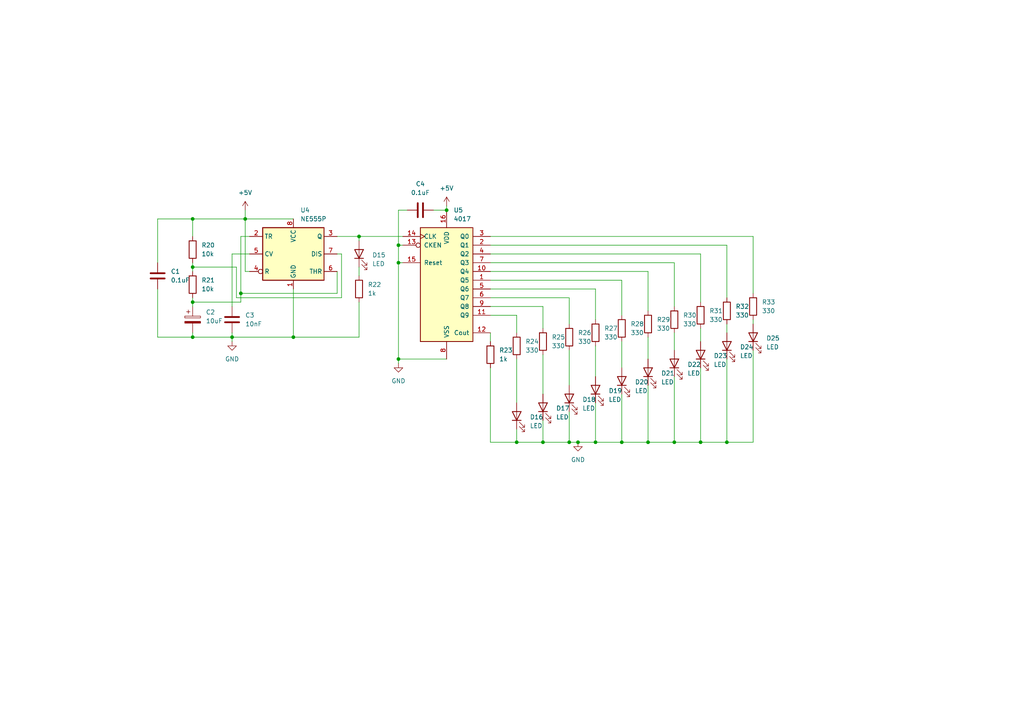
<source format=kicad_sch>
(kicad_sch (version 20211123) (generator eeschema)
  (paper "A4")
  (lib_symbols
    (symbol "4xxx:4017" (pin_names (offset 1.016))
      (property "Reference" "U" (at -7.62 16.51 0))
      (property "Value" "4017" (at -7.62 -19.05 0))
      (symbol "4017_1_0"
        (pin output line (at 12.7 0 180) (length 5.08) (name "Q5") (number "1"))
        (pin output line (at 12.7 2.54 180) (length 5.08) (name "Q4") (number "10"))
        (pin output line (at 12.7 -10.16 180) (length 5.08) (name "Q9") (number "11"))
        (pin output line (at 12.7 -15.24 180) (length 5.08) (name "Cout") (number "12"))
        (pin input inverted (at -12.7 10.16 0) (length 5.08) (name "CKEN") (number "13"))
        (pin input clock (at -12.7 12.7 0) (length 5.08) (name "CLK") (number "14"))
        (pin input line (at -12.7 5.08 0) (length 5.08) (name "Reset") (number "15"))
        (pin power_in line (at 0 20.32 270) (length 5.08) (name "VDD") (number "16"))
        (pin output line (at 12.7 10.16 180) (length 5.08) (name "Q1") (number "2"))
        (pin output line (at 12.7 12.7 180) (length 5.08) (name "Q0") (number "3"))
        (pin output line (at 12.7 7.62 180) (length 5.08) (name "Q2") (number "4"))
        (pin output line (at 12.7 -2.54 180) (length 5.08) (name "Q6") (number "5"))
        (pin output line (at 12.7 -5.08 180) (length 5.08) (name "Q7") (number "6"))
        (pin output line (at 12.7 5.08 180) (length 5.08) (name "Q3") (number "7"))
        (pin power_in line (at 0 -22.86 90) (length 5.08) (name "VSS") (number "8"))
        (pin output line (at 12.7 -7.62 180) (length 5.08) (name "Q8") (number "9"))
      )
      (symbol "4017_1_1"
        (rectangle (start -7.62 15.24) (end 7.62 -17.78) (stroke (width 0.254)) (fill (type background)))
      )
    )
    (symbol "Device:C" (pin_numbers hide) (pin_names (offset 0.254))
      (property "Reference" "C" (at 0.635 2.54 0))
      (property "Value" "C" (at 0.635 -2.54 0))
      (symbol "C_0_1"
        (polyline (pts (xy -2.032 -0.762) (xy 2.032 -0.762)) (stroke (width 0.508)))
        (polyline (pts (xy -2.032 0.762) (xy 2.032 0.762)) (stroke (width 0.508)))
      )
      (symbol "C_1_1"
        (pin passive line (at 0 3.81 270) (length 2.794) (name "~") (number "1"))
        (pin passive line (at 0 -3.81 90) (length 2.794) (name "~") (number "2"))
      )
    )
    (symbol "Device:C_Polarized" (pin_numbers hide) (pin_names (offset 0.254))
      (property "Reference" "C" (at 0.635 2.54 0))
      (property "Value" "C_Polarized" (at 0.635 -2.54 0))
      (symbol "C_Polarized_0_1"
        (rectangle (start -2.286 0.508) (end 2.286 1.016))
        (polyline (pts (xy -1.778 2.286) (xy -0.762 2.286)))
        (polyline (pts (xy -1.27 2.794) (xy -1.27 1.778)))
        (rectangle (start 2.286 -0.508) (end -2.286 -1.016) (fill (type outline)))
      )
      (symbol "C_Polarized_1_1"
        (pin passive line (at 0 3.81 270) (length 2.794) (name "~") (number "1"))
        (pin passive line (at 0 -3.81 90) (length 2.794) (name "~") (number "2"))
      )
    )
    (symbol "Device:LED" (pin_numbers hide) (pin_names (offset 1.016) hide)
      (property "Reference" "D" (at 0 2.54 0))
      (property "Value" "LED" (at 0 -2.54 0))
      (symbol "LED_0_1"
        (polyline (pts (xy -1.27 -1.27) (xy -1.27 1.27)) (stroke (width 0.254)))
        (polyline (pts (xy -1.27 0) (xy 1.27 0)))
        (polyline (pts (xy 1.27 -1.27) (xy 1.27 1.27) (xy -1.27 0) (xy 1.27 -1.27)) (stroke (width 0.254)))
        (polyline (pts (xy -3.048 -0.762) (xy -4.572 -2.286) (xy -3.81 -2.286) (xy -4.572 -2.286) (xy -4.572 -1.524)))
        (polyline (pts (xy -1.778 -0.762) (xy -3.302 -2.286) (xy -2.54 -2.286) (xy -3.302 -2.286) (xy -3.302 -1.524)))
      )
      (symbol "LED_1_1"
        (pin passive line (at -3.81 0 0) (length 2.54) (name "K") (number "1"))
        (pin passive line (at 3.81 0 180) (length 2.54) (name "A") (number "2"))
      )
    )
    (symbol "Device:R" (pin_numbers hide) (pin_names (offset 0))
      (property "Reference" "R" (at 2.032 0 90))
      (property "Value" "R" (at 0 0 90))
      (symbol "R_0_1"
        (rectangle (start -1.016 -2.54) (end 1.016 2.54) (stroke (width 0.254)))
      )
      (symbol "R_1_1"
        (pin passive line (at 0 3.81 270) (length 1.27) (name "~") (number "1"))
        (pin passive line (at 0 -3.81 90) (length 1.27) (name "~") (number "2"))
      )
    )
    (symbol "Timer:NE555P"
      (property "Reference" "U" (at -10.16 8.89 0))
      (property "Value" "NE555P" (at 2.54 8.89 0))
      (symbol "NE555P_0_0"
        (pin power_in line (at 0 -10.16 90) (length 2.54) (name "GND") (number "1"))
        (pin power_in line (at 0 10.16 270) (length 2.54) (name "VCC") (number "8"))
      )
      (symbol "NE555P_0_1"
        (rectangle (start -8.89 -7.62) (end 8.89 7.62) (stroke (width 0.254)) (fill (type background)))
        (rectangle (start -8.89 -7.62) (end 8.89 7.62) (stroke (width 0.254)) (fill (type background)))
      )
      (symbol "NE555P_1_1"
        (pin input line (at -12.7 5.08 0) (length 3.81) (name "TR") (number "2"))
        (pin output line (at 12.7 5.08 180) (length 3.81) (name "Q") (number "3"))
        (pin input inverted (at -12.7 -5.08 0) (length 3.81) (name "R") (number "4"))
        (pin input line (at -12.7 0 0) (length 3.81) (name "CV") (number "5"))
        (pin input line (at 12.7 -5.08 180) (length 3.81) (name "THR") (number "6"))
        (pin input line (at 12.7 0 180) (length 3.81) (name "DIS") (number "7"))
      )
    )
    (symbol "power:+5V" (power) (pin_names (offset 0))
      (property "Value" "+5V" (at 0 3.556 0))
      (symbol "+5V_0_1"
        (polyline (pts (xy -0.762 1.27) (xy 0 2.54)))
        (polyline (pts (xy 0 0) (xy 0 2.54)))
        (polyline (pts (xy 0 2.54) (xy 0.762 1.27)))
      )
      (symbol "+5V_1_1"
        (pin power_in line (at 0 0 90) (length 0) hide (name "+5V") (number "1"))
      )
    )
    (symbol "power:GND" (power) (pin_names (offset 0))
      (property "Value" "GND" (at 0 -3.81 0))
      (symbol "GND_0_1"
        (polyline (pts (xy 0 0) (xy 0 -1.27) (xy 1.27 -1.27) (xy 0 -2.54) (xy -1.27 -1.27) (xy 0 -1.27)))
      )
      (symbol "GND_1_1"
        (pin power_in line (at 0 0 270) (length 0) hide (name "GND") (number "1"))
      )
    )
  )
  (junction (at 203.2 128.27))
  (junction (at 149.86 128.27))
  (junction (at 210.82 128.27))
  (junction (at 115.57 104.14))
  (junction (at 180.34 128.27))
  (junction (at 129.54 60.96))
  (junction (at 55.88 97.79))
  (junction (at 195.58 128.27))
  (junction (at 55.88 77.47))
  (junction (at 172.72 128.27))
  (junction (at 157.48 128.27))
  (junction (at 69.85 85.09))
  (junction (at 55.88 63.5))
  (junction (at 187.96 128.27))
  (junction (at 85.09 97.79))
  (junction (at 67.31 97.79))
  (junction (at 165.1 128.27))
  (junction (at 115.57 76.2))
  (junction (at 115.57 71.12))
  (junction (at 71.12 63.5))
  (junction (at 55.88 87.63))
  (junction (at 104.14 68.58))
  (junction (at 167.64 128.27))
  (wire (pts (xy 142.24 76.2) (xy 195.58 76.2)))
  (wire (pts (xy 55.88 87.63) (xy 69.85 87.63)))
  (wire (pts (xy 55.88 63.5) (xy 71.12 63.5)))
  (wire (pts (xy 125.73 60.96) (xy 129.54 60.96)))
  (wire (pts (xy 172.72 100.33) (xy 172.72 109.22)))
  (wire (pts (xy 67.31 97.79) (xy 55.88 97.79)))
  (wire (pts (xy 71.12 63.5) (xy 71.12 78.74)))
  (wire (pts (xy 142.24 81.28) (xy 180.34 81.28)))
  (wire (pts (xy 203.2 73.66) (xy 203.2 87.63)))
  (wire (pts (xy 172.72 83.82) (xy 172.72 92.71)))
  (wire (pts (xy 67.31 73.66) (xy 67.31 88.9)))
  (wire (pts (xy 55.88 76.2) (xy 55.88 77.47)))
  (wire (pts (xy 195.58 128.27) (xy 187.96 128.27)))
  (wire (pts (xy 67.31 96.52) (xy 67.31 97.79)))
  (wire (pts (xy 195.58 76.2) (xy 195.58 88.9)))
  (wire (pts (xy 210.82 71.12) (xy 210.82 86.36)))
  (wire (pts (xy 97.79 73.66) (xy 99.06 73.66)))
  (wire (pts (xy 180.34 99.06) (xy 180.34 106.68)))
  (wire (pts (xy 165.1 128.27) (xy 167.64 128.27)))
  (wire (pts (xy 218.44 68.58) (xy 142.24 68.58)))
  (wire (pts (xy 142.24 128.27) (xy 149.86 128.27)))
  (wire (pts (xy 142.24 88.9) (xy 157.48 88.9)))
  (wire (pts (xy 157.48 121.92) (xy 157.48 128.27)))
  (wire (pts (xy 187.96 128.27) (xy 180.34 128.27)))
  (wire (pts (xy 157.48 102.87) (xy 157.48 114.3)))
  (wire (pts (xy 180.34 114.3) (xy 180.34 128.27)))
  (wire (pts (xy 104.14 87.63) (xy 104.14 97.79)))
  (wire (pts (xy 71.12 60.96) (xy 71.12 63.5)))
  (wire (pts (xy 99.06 86.36) (xy 99.06 73.66)))
  (wire (pts (xy 203.2 128.27) (xy 195.58 128.27)))
  (wire (pts (xy 195.58 109.22) (xy 195.58 128.27)))
  (wire (pts (xy 195.58 96.52) (xy 195.58 101.6)))
  (wire (pts (xy 55.88 77.47) (xy 55.88 78.74)))
  (wire (pts (xy 115.57 104.14) (xy 115.57 105.41)))
  (wire (pts (xy 142.24 71.12) (xy 210.82 71.12)))
  (wire (pts (xy 55.88 87.63) (xy 55.88 88.9)))
  (wire (pts (xy 203.2 95.25) (xy 203.2 99.06)))
  (wire (pts (xy 180.34 81.28) (xy 180.34 91.44)))
  (wire (pts (xy 142.24 106.68) (xy 142.24 128.27)))
  (wire (pts (xy 157.48 88.9) (xy 157.48 95.25)))
  (wire (pts (xy 218.44 101.6) (xy 218.44 128.27)))
  (wire (pts (xy 85.09 63.5) (xy 71.12 63.5)))
  (wire (pts (xy 218.44 128.27) (xy 210.82 128.27)))
  (wire (pts (xy 129.54 104.14) (xy 115.57 104.14)))
  (wire (pts (xy 72.39 68.58) (xy 69.85 68.58)))
  (wire (pts (xy 165.1 119.38) (xy 165.1 128.27)))
  (wire (pts (xy 45.72 76.2) (xy 45.72 63.5)))
  (wire (pts (xy 85.09 97.79) (xy 67.31 97.79)))
  (wire (pts (xy 55.88 97.79) (xy 55.88 96.52)))
  (wire (pts (xy 203.2 106.68) (xy 203.2 128.27)))
  (wire (pts (xy 69.85 85.09) (xy 97.79 85.09)))
  (wire (pts (xy 187.96 111.76) (xy 187.96 128.27)))
  (wire (pts (xy 165.1 86.36) (xy 165.1 93.98)))
  (wire (pts (xy 104.14 68.58) (xy 97.79 68.58)))
  (wire (pts (xy 68.58 77.47) (xy 68.58 86.36)))
  (wire (pts (xy 115.57 60.96) (xy 115.57 71.12)))
  (wire (pts (xy 55.88 68.58) (xy 55.88 63.5)))
  (wire (pts (xy 142.24 73.66) (xy 203.2 73.66)))
  (wire (pts (xy 142.24 83.82) (xy 172.72 83.82)))
  (wire (pts (xy 45.72 63.5) (xy 55.88 63.5)))
  (wire (pts (xy 104.14 77.47) (xy 104.14 80.01)))
  (wire (pts (xy 172.72 116.84) (xy 172.72 128.27)))
  (wire (pts (xy 68.58 86.36) (xy 99.06 86.36)))
  (wire (pts (xy 104.14 68.58) (xy 116.84 68.58)))
  (wire (pts (xy 187.96 78.74) (xy 187.96 90.17)))
  (wire (pts (xy 180.34 128.27) (xy 172.72 128.27)))
  (wire (pts (xy 165.1 101.6) (xy 165.1 111.76)))
  (wire (pts (xy 187.96 97.79) (xy 187.96 104.14)))
  (wire (pts (xy 210.82 93.98) (xy 210.82 96.52)))
  (wire (pts (xy 72.39 73.66) (xy 67.31 73.66)))
  (wire (pts (xy 55.88 77.47) (xy 68.58 77.47)))
  (wire (pts (xy 149.86 128.27) (xy 157.48 128.27)))
  (wire (pts (xy 69.85 87.63) (xy 69.85 85.09)))
  (wire (pts (xy 149.86 91.44) (xy 149.86 96.52)))
  (wire (pts (xy 142.24 91.44) (xy 149.86 91.44)))
  (wire (pts (xy 97.79 85.09) (xy 97.79 78.74)))
  (wire (pts (xy 69.85 68.58) (xy 69.85 85.09)))
  (wire (pts (xy 210.82 128.27) (xy 203.2 128.27)))
  (wire (pts (xy 115.57 76.2) (xy 115.57 104.14)))
  (wire (pts (xy 218.44 85.09) (xy 218.44 68.58)))
  (wire (pts (xy 115.57 76.2) (xy 116.84 76.2)))
  (wire (pts (xy 118.11 60.96) (xy 115.57 60.96)))
  (wire (pts (xy 149.86 124.46) (xy 149.86 128.27)))
  (wire (pts (xy 85.09 83.82) (xy 85.09 97.79)))
  (wire (pts (xy 104.14 69.85) (xy 104.14 68.58)))
  (wire (pts (xy 116.84 71.12) (xy 115.57 71.12)))
  (wire (pts (xy 210.82 104.14) (xy 210.82 128.27)))
  (wire (pts (xy 218.44 92.71) (xy 218.44 93.98)))
  (wire (pts (xy 67.31 97.79) (xy 67.31 99.06)))
  (wire (pts (xy 104.14 97.79) (xy 85.09 97.79)))
  (wire (pts (xy 71.12 78.74) (xy 72.39 78.74)))
  (wire (pts (xy 55.88 86.36) (xy 55.88 87.63)))
  (wire (pts (xy 129.54 59.69) (xy 129.54 60.96)))
  (wire (pts (xy 157.48 128.27) (xy 165.1 128.27)))
  (wire (pts (xy 142.24 86.36) (xy 165.1 86.36)))
  (wire (pts (xy 149.86 104.14) (xy 149.86 116.84)))
  (wire (pts (xy 172.72 128.27) (xy 167.64 128.27)))
  (wire (pts (xy 45.72 83.82) (xy 45.72 97.79)))
  (wire (pts (xy 115.57 71.12) (xy 115.57 76.2)))
  (wire (pts (xy 45.72 97.79) (xy 55.88 97.79)))
  (wire (pts (xy 142.24 78.74) (xy 187.96 78.74)))
  (wire (pts (xy 142.24 96.52) (xy 142.24 99.06)))
  (symbol (lib_id "Device:LED") (at 104.14 73.66 90) (unit 1)
    (property "Reference" "D15" (at 107.95 73.9774 90) (effects (justify right)))
    (property "Value" "LED" (at 107.95 76.5174 90) (effects (justify right)))
    (property "Footprint" "LED_THT:LED_D5.0mm" (effects hide))
  )
  (symbol (lib_id "Device:R") (at 172.72 96.52 180) (unit 1)
    (property "Reference" "R27" (at 175.26 95.2499 0) (effects (justify right)))
    (property "Value" "330" (at 175.26 97.7899 0) (effects (justify right)))
    (property "Footprint" "Resistor_THT:R_Axial_DIN0207_L6.3mm_D2.5mm_P10.16mm_Horizontal" (effects hide))
  )
  (symbol (lib_id "Device:R") (at 142.24 102.87 180) (unit 1)
    (property "Reference" "R23" (at 144.78 101.5999 0) (effects (justify right)))
    (property "Value" "1k" (at 144.78 104.1399 0) (effects (justify right)))
    (property "Footprint" "Resistor_THT:R_Axial_DIN0207_L6.3mm_D2.5mm_P10.16mm_Horizontal" (effects hide))
  )
  (symbol (lib_id "Device:R") (at 165.1 97.79 180) (unit 1)
    (property "Reference" "R26" (at 167.64 96.5199 0) (effects (justify right)))
    (property "Value" "330" (at 167.64 99.0599 0) (effects (justify right)))
    (property "Footprint" "Resistor_THT:R_Axial_DIN0207_L6.3mm_D2.5mm_P10.16mm_Horizontal" (effects hide))
  )
  (symbol (lib_id "Device:R") (at 210.82 90.17 180) (unit 1)
    (property "Reference" "R32" (at 213.36 88.8999 0) (effects (justify right)))
    (property "Value" "330" (at 213.36 91.4399 0) (effects (justify right)))
    (property "Footprint" "Resistor_THT:R_Axial_DIN0207_L6.3mm_D2.5mm_P10.16mm_Horizontal" (effects hide))
  )
  (symbol (lib_id "Device:LED") (at 149.86 120.65 90) (unit 1)
    (property "Reference" "D16" (at 153.67 120.9674 90) (effects (justify right)))
    (property "Value" "LED" (at 153.67 123.5074 90) (effects (justify right)))
    (property "Footprint" "LED_THT:LED_D5.0mm" (effects hide))
  )
  (symbol (lib_id "Device:LED") (at 195.58 105.41 90) (unit 1)
    (property "Reference" "D22" (at 199.39 105.7274 90) (effects (justify right)))
    (property "Value" "LED" (at 199.39 108.2674 90) (effects (justify right)))
    (property "Footprint" "LED_THT:LED_D5.0mm" (effects hide))
  )
  (symbol (lib_id "power:+5V") (at 129.54 59.69 0) (unit 1)
    (property "Reference" "#PWR0112" (effects hide))
    (property "Value" "+5V" (at 129.54 54.61 0))
  )
  (symbol (lib_id "Device:LED") (at 165.1 115.57 90) (unit 1)
    (property "Reference" "D18" (at 168.91 115.8874 90) (effects (justify right)))
    (property "Value" "LED" (at 168.91 118.4274 90) (effects (justify right)))
    (property "Footprint" "LED_THT:LED_D5.0mm" (effects hide))
  )
  (symbol (lib_id "Device:R") (at 180.34 95.25 180) (unit 1)
    (property "Reference" "R28" (at 182.88 93.9799 0) (effects (justify right)))
    (property "Value" "330" (at 182.88 96.5199 0) (effects (justify right)))
    (property "Footprint" "Resistor_THT:R_Axial_DIN0207_L6.3mm_D2.5mm_P10.16mm_Horizontal" (effects hide))
  )
  (symbol (lib_id "Device:R") (at 187.96 93.98 180) (unit 1)
    (property "Reference" "R29" (at 190.5 92.7099 0) (effects (justify right)))
    (property "Value" "330" (at 190.5 95.2499 0) (effects (justify right)))
    (property "Footprint" "Resistor_THT:R_Axial_DIN0207_L6.3mm_D2.5mm_P10.16mm_Horizontal" (effects hide))
  )
  (symbol (lib_id "Device:LED") (at 210.82 100.33 90) (unit 1)
    (property "Reference" "D24" (at 214.63 100.6474 90) (effects (justify right)))
    (property "Value" "LED" (at 214.63 103.1874 90) (effects (justify right)))
    (property "Footprint" "LED_THT:LED_D5.0mm" (effects hide))
  )
  (symbol (lib_id "Device:R") (at 195.58 92.71 180) (unit 1)
    (property "Reference" "R30" (at 198.12 91.4399 0) (effects (justify right)))
    (property "Value" "330" (at 198.12 93.9799 0) (effects (justify right)))
    (property "Footprint" "Resistor_THT:R_Axial_DIN0207_L6.3mm_D2.5mm_P10.16mm_Horizontal" (effects hide))
  )
  (symbol (lib_id "Device:R") (at 218.44 88.9 180) (unit 1)
    (property "Reference" "R33" (at 220.98 87.6299 0) (effects (justify right)))
    (property "Value" "330" (at 220.98 90.1699 0) (effects (justify right)))
    (property "Footprint" "Resistor_THT:R_Axial_DIN0207_L6.3mm_D2.5mm_P10.16mm_Horizontal" (effects hide))
  )
  (symbol (lib_id "Device:R") (at 104.14 83.82 0) (unit 1)
    (property "Reference" "R22" (at 106.68 82.5499 0) (effects (justify left)))
    (property "Value" "1k" (at 106.68 85.0899 0) (effects (justify left)))
    (property "Footprint" "Resistor_THT:R_Axial_DIN0207_L6.3mm_D2.5mm_P10.16mm_Horizontal" (effects hide))
  )
  (symbol (lib_id "Device:LED") (at 157.48 118.11 90) (unit 1)
    (property "Reference" "D17" (at 161.29 118.4274 90) (effects (justify right)))
    (property "Value" "LED" (at 161.29 120.9674 90) (effects (justify right)))
    (property "Footprint" "LED_THT:LED_D5.0mm" (effects hide))
  )
  (symbol (lib_id "Device:C") (at 121.92 60.96 270) (unit 1)
    (property "Reference" "C4" (at 121.92 53.34 90))
    (property "Value" "0.1uF" (at 121.92 55.88 90))
    (property "Footprint" "Capacitor_THT:C_Disc_D5.0mm_W2.5mm_P5.00mm" (effects hide))
  )
  (symbol (lib_id "Device:LED") (at 187.96 107.95 90) (unit 1)
    (property "Reference" "D21" (at 191.77 108.2674 90) (effects (justify right)))
    (property "Value" "LED" (at 191.77 110.8074 90) (effects (justify right)))
    (property "Footprint" "LED_THT:LED_D5.0mm" (effects hide))
  )
  (symbol (lib_id "Device:R") (at 157.48 99.06 180) (unit 1)
    (property "Reference" "R25" (at 160.02 97.7899 0) (effects (justify right)))
    (property "Value" "330" (at 160.02 100.3299 0) (effects (justify right)))
    (property "Footprint" "Resistor_THT:R_Axial_DIN0207_L6.3mm_D2.5mm_P10.16mm_Horizontal" (effects hide))
  )
  (symbol (lib_id "Device:C_Polarized") (at 55.88 92.71 0) (unit 1)
    (property "Reference" "C2" (at 59.69 90.5509 0) (effects (justify left)))
    (property "Value" "10uF" (at 59.69 93.0909 0) (effects (justify left)))
    (property "Footprint" "Capacitor_THT:CP_Radial_D5.0mm_P2.50mm" (effects hide))
  )
  (symbol (lib_id "Device:LED") (at 180.34 110.49 90) (unit 1)
    (property "Reference" "D20" (at 184.15 110.8074 90) (effects (justify right)))
    (property "Value" "LED" (at 184.15 113.3474 90) (effects (justify right)))
    (property "Footprint" "LED_THT:LED_D5.0mm" (effects hide))
  )
  (symbol (lib_id "Timer:NE555P") (at 85.09 73.66 0) (unit 1)
    (property "Reference" "U4" (at 87.1094 60.96 0) (effects (justify left)))
    (property "Value" "NE555P" (at 87.1094 63.5 0) (effects (justify left)))
    (property "Footprint" "Package_DIP:DIP-8_W7.62mm" (effects hide))
    (property "Datasheet" "http://www.ti.com/lit/ds/symlink/ne555.pdf" (effects hide))
  )
  (symbol (lib_id "Device:R") (at 149.86 100.33 180) (unit 1)
    (property "Reference" "R24" (at 152.4 99.0599 0) (effects (justify right)))
    (property "Value" "330" (at 152.4 101.5999 0) (effects (justify right)))
    (property "Footprint" "Resistor_THT:R_Axial_DIN0207_L6.3mm_D2.5mm_P10.16mm_Horizontal" (effects hide))
  )
  (symbol (lib_id "power:+5V") (at 71.12 60.96 0) (unit 1)
    (property "Reference" "#PWR0110" (effects hide))
    (property "Value" "+5V" (at 71.12 55.88 0))
  )
  (symbol (lib_id "Device:LED") (at 218.44 97.79 90) (unit 1)
    (property "Reference" "D25" (at 222.25 98.1074 90) (effects (justify right)))
    (property "Value" "LED" (at 222.25 100.6474 90) (effects (justify right)))
    (property "Footprint" "LED_THT:LED_D5.0mm" (effects hide))
  )
  (symbol (lib_id "power:GND") (at 115.57 105.41 0) (unit 1)
    (property "Reference" "#PWR0113" (effects hide))
    (property "Value" "GND" (at 115.57 110.49 0))
  )
  (symbol (lib_id "power:GND") (at 167.64 128.27 0) (unit 1)
    (property "Reference" "#PWR0114" (effects hide))
    (property "Value" "GND" (at 167.64 133.35 0))
  )
  (symbol (lib_id "Device:C") (at 45.72 80.01 180) (unit 1)
    (property "Reference" "C1" (at 49.53 78.7399 0) (effects (justify right)))
    (property "Value" "0.1uF" (at 49.53 81.2799 0) (effects (justify right)))
    (property "Footprint" "Capacitor_THT:C_Disc_D5.0mm_W2.5mm_P5.00mm" (effects hide))
  )
  (symbol (lib_id "Device:LED") (at 203.2 102.87 90) (unit 1)
    (property "Reference" "D23" (at 207.01 103.1874 90) (effects (justify right)))
    (property "Value" "LED" (at 207.01 105.7274 90) (effects (justify right)))
    (property "Footprint" "LED_THT:LED_D5.0mm" (effects hide))
  )
  (symbol (lib_id "power:GND") (at 67.31 99.06 0) (unit 1)
    (property "Reference" "#PWR0111" (effects hide))
    (property "Value" "GND" (at 67.31 104.14 0))
  )
  (symbol (lib_id "Device:R") (at 55.88 82.55 0) (unit 1)
    (property "Reference" "R21" (at 58.42 81.2799 0) (effects (justify left)))
    (property "Value" "10k" (at 58.42 83.8199 0) (effects (justify left)))
    (property "Footprint" "Resistor_THT:R_Axial_DIN0207_L6.3mm_D2.5mm_P10.16mm_Horizontal" (effects hide))
  )
  (symbol (lib_id "Device:R") (at 55.88 72.39 0) (unit 1)
    (property "Reference" "R20" (at 58.42 71.1199 0) (effects (justify left)))
    (property "Value" "10k" (at 58.42 73.6599 0) (effects (justify left)))
    (property "Footprint" "Resistor_THT:R_Axial_DIN0207_L6.3mm_D2.5mm_P10.16mm_Horizontal" (effects hide))
  )
  (symbol (lib_id "4xxx:4017") (at 129.54 81.28 0) (unit 1)
    (property "Reference" "U5" (at 131.5594 60.96 0) (effects (justify left)))
    (property "Value" "4017" (at 131.5594 63.5 0) (effects (justify left)))
    (property "Footprint" "Package_DIP:DIP-16_W7.62mm_LongPads" (effects hide))
    (property "Datasheet" "http://www.intersil.com/content/dam/Intersil/documents/cd40/cd4017bms-22bms.pdf" (effects hide))
  )
  (symbol (lib_id "Device:C") (at 67.31 92.71 0) (unit 1)
    (property "Reference" "C3" (at 71.12 91.4399 0) (effects (justify left)))
    (property "Value" "10nF" (at 71.12 93.9799 0) (effects (justify left)))
    (property "Footprint" "Capacitor_THT:C_Disc_D5.0mm_W2.5mm_P5.00mm" (effects hide))
  )
  (symbol (lib_id "Device:LED") (at 172.72 113.03 90) (unit 1)
    (property "Reference" "D19" (at 176.53 113.3474 90) (effects (justify right)))
    (property "Value" "LED" (at 176.53 115.8874 90) (effects (justify right)))
    (property "Footprint" "LED_THT:LED_D5.0mm" (effects hide))
  )
  (symbol (lib_id "Device:R") (at 203.2 91.44 180) (unit 1)
    (property "Reference" "R31" (at 205.74 90.1699 0) (effects (justify right)))
    (property "Value" "330" (at 205.74 92.7099 0) (effects (justify right)))
    (property "Footprint" "Resistor_THT:R_Axial_DIN0207_L6.3mm_D2.5mm_P10.16mm_Horizontal" (effects hide))
  )
)
</source>
